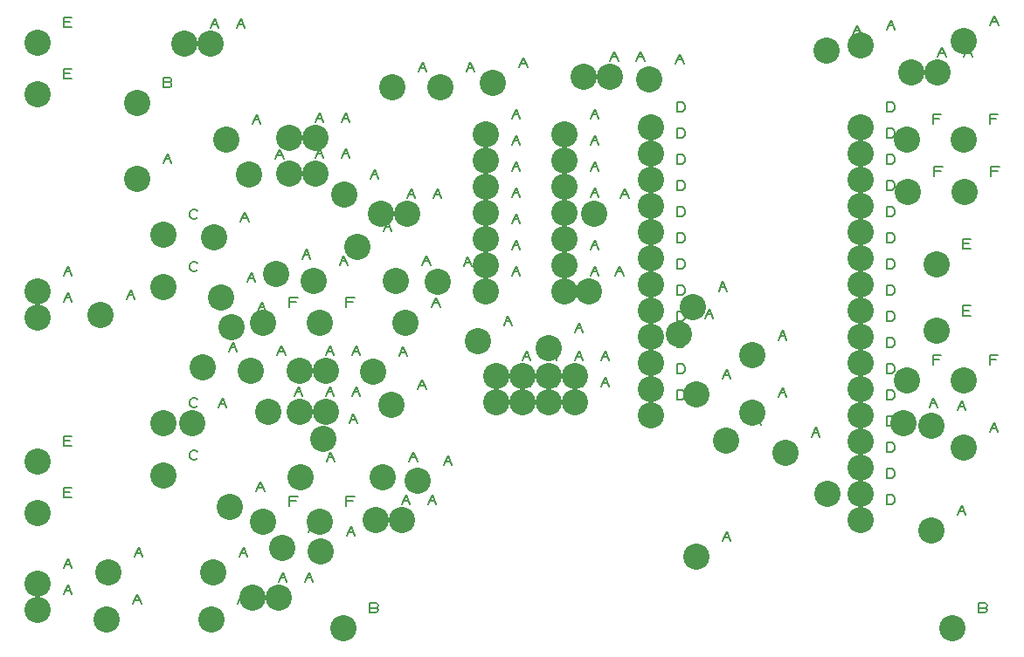
<source format=gbr>
G04 EasyPC Gerber Version 20.0.2 Build 4112 *
G04 #@! TF.Part,Single*
%FSLAX35Y35*%
%MOIN*%
%ADD15C,0.00500*%
G04 #@! TA.AperFunction,ComponentPad*
%ADD14C,0.10000*%
X0Y0D02*
D02*
D14*
X26221Y21459D03*
Y31459D03*
Y58574D03*
Y78259D03*
Y133259D03*
Y143259D03*
Y218574D03*
Y238259D03*
X50221Y134259D03*
X52721Y17759D03*
X53221Y35759D03*
X64221Y186259D03*
X64276Y215231D03*
X74221Y72759D03*
Y92759D03*
Y144759D03*
Y164759D03*
X82221Y237759D03*
X85221Y92759D03*
X89221Y114259D03*
X92221Y237759D03*
X92721Y17759D03*
X93221Y35759D03*
X93721Y163759D03*
X96221Y140759D03*
X98221Y201259D03*
X99721Y60759D03*
X100221Y129546D03*
X107001Y187759D03*
X107721Y112759D03*
X108221Y26259D03*
X112394Y55259D03*
Y131259D03*
X114221Y97259D03*
X117221Y149688D03*
X118221Y26259D03*
X119721Y45259D03*
X122221Y188259D03*
Y201759D03*
X126206Y97259D03*
Y112759D03*
X126473Y72137D03*
X131473Y147259D03*
X132221Y188259D03*
Y201759D03*
X134048Y55259D03*
Y131259D03*
X134221Y43759D03*
X135141Y86759D03*
X136206Y97259D03*
Y112759D03*
X143017Y14444D03*
X143221Y180259D03*
X148221Y160259D03*
X154111Y112448D03*
X155221Y55759D03*
X157221Y172759D03*
X157969Y72137D03*
X161350Y99759D03*
X161600Y221027D03*
X162969Y147259D03*
X165221Y55759D03*
X166721Y131169D03*
X167221Y172759D03*
X171209Y70759D03*
X178822Y146769D03*
X179821Y221027D03*
X194173Y124180D03*
X197221Y143259D03*
Y153259D03*
Y163259D03*
Y173259D03*
Y183259D03*
Y193259D03*
Y203259D03*
X200039Y222774D03*
X201221Y100759D03*
Y110759D03*
X211221Y100759D03*
Y110759D03*
X221221Y100759D03*
Y110759D03*
Y121559D03*
X227221Y143259D03*
Y153259D03*
Y163259D03*
Y173259D03*
Y183259D03*
Y193259D03*
Y203259D03*
X231221Y100759D03*
Y110759D03*
X234721Y225259D03*
X236721Y143259D03*
X238721Y172759D03*
X244721Y225259D03*
X259721Y224259D03*
X260221Y95759D03*
Y105759D03*
Y115759D03*
Y125759D03*
Y135759D03*
Y145759D03*
Y155759D03*
Y165759D03*
Y175759D03*
Y185759D03*
Y195759D03*
Y205759D03*
X270927Y126800D03*
X276169Y137284D03*
X277542Y41759D03*
Y103759D03*
X289024Y86239D03*
X298883Y96848D03*
Y118688D03*
X311613Y81622D03*
X327338Y235130D03*
X327721Y65759D03*
X340221Y55759D03*
Y65759D03*
Y75759D03*
Y85759D03*
Y95759D03*
Y105759D03*
Y115759D03*
Y125759D03*
Y135759D03*
Y145759D03*
Y155759D03*
Y165759D03*
Y175759D03*
Y185759D03*
Y195759D03*
Y205759D03*
Y237259D03*
X356417Y92854D03*
X357894Y109259D03*
Y201259D03*
X358394Y181259D03*
X359721Y226759D03*
X367221Y51759D03*
Y91759D03*
X369221Y127963D03*
Y153554D03*
X369721Y226759D03*
X375300Y14444D03*
X379548Y83369D03*
Y109259D03*
Y201259D03*
X379721Y238759D03*
X380048Y181259D03*
D02*
D15*
X36221Y27396D02*
X37784Y31146D01*
X39346Y27396*
X36846Y28959D02*
X38721D01*
X36221Y37396D02*
X37784Y41146D01*
X39346Y37396*
X36846Y38959D02*
X38721D01*
X36221Y64511D02*
Y68261D01*
X39346*
X38721Y66386D02*
X36221D01*
Y64511D02*
X39346D01*
X36221Y84196D02*
Y87946D01*
X39346*
X38721Y86071D02*
X36221D01*
Y84196D02*
X39346D01*
X36221Y139196D02*
X37784Y142946D01*
X39346Y139196*
X36846Y140759D02*
X38721D01*
X36221Y149196D02*
X37784Y152946D01*
X39346Y149196*
X36846Y150759D02*
X38721D01*
X36221Y224511D02*
Y228261D01*
X39346*
X38721Y226386D02*
X36221D01*
Y224511D02*
X39346D01*
X36221Y244196D02*
Y247946D01*
X39346*
X38721Y246071D02*
X36221D01*
Y244196D02*
X39346D01*
X60221Y140196D02*
X61784Y143946D01*
X63346Y140196*
X60846Y141759D02*
X62721D01*
Y23696D02*
X64284Y27446D01*
X65846Y23696*
X63346Y25259D02*
X65221D01*
X63221Y41696D02*
X64784Y45446D01*
X66346Y41696*
X63846Y43259D02*
X65721D01*
X74221Y192196D02*
X75784Y195946D01*
X77346Y192196*
X74846Y193759D02*
X76721D01*
X76464Y223044D02*
X77089Y222731D01*
X77402Y222106*
X77089Y221481*
X76464Y221169*
X74276*
Y224919*
X76464*
X77089Y224606*
X77402Y223981*
X77089Y223356*
X76464Y223044*
X74276*
X87346Y79321D02*
X87034Y79009D01*
X86409Y78696*
X85471*
X84846Y79009*
X84534Y79321*
X84221Y79946*
Y81196*
X84534Y81821*
X84846Y82134*
X85471Y82446*
X86409*
X87034Y82134*
X87346Y81821*
Y99321D02*
X87034Y99009D01*
X86409Y98696*
X85471*
X84846Y99009*
X84534Y99321*
X84221Y99946*
Y101196*
X84534Y101821*
X84846Y102134*
X85471Y102446*
X86409*
X87034Y102134*
X87346Y101821*
Y151321D02*
X87034Y151009D01*
X86409Y150696*
X85471*
X84846Y151009*
X84534Y151321*
X84221Y151946*
Y153196*
X84534Y153821*
X84846Y154134*
X85471Y154446*
X86409*
X87034Y154134*
X87346Y153821*
Y171321D02*
X87034Y171009D01*
X86409Y170696*
X85471*
X84846Y171009*
X84534Y171321*
X84221Y171946*
Y173196*
X84534Y173821*
X84846Y174134*
X85471Y174446*
X86409*
X87034Y174134*
X87346Y173821*
X92221Y243696D02*
X93784Y247446D01*
X95346Y243696*
X92846Y245259D02*
X94721D01*
X95221Y98696D02*
X96784Y102446D01*
X98346Y98696*
X95846Y100259D02*
X97721D01*
X99221Y120196D02*
X100784Y123946D01*
X102346Y120196*
X99846Y121759D02*
X101721D01*
X102221Y243696D02*
X103784Y247446D01*
X105346Y243696*
X102846Y245259D02*
X104721D01*
X102721Y23696D02*
X104284Y27446D01*
X105846Y23696*
X103346Y25259D02*
X105221D01*
X103221Y41696D02*
X104784Y45446D01*
X106346Y41696*
X103846Y43259D02*
X105721D01*
X103721Y169696D02*
X105284Y173446D01*
X106846Y169696*
X104346Y171259D02*
X106221D01*
Y146696D02*
X107784Y150446D01*
X109346Y146696*
X106846Y148259D02*
X108721D01*
X108221Y207196D02*
X109784Y210946D01*
X111346Y207196*
X108846Y208759D02*
X110721D01*
X109721Y66696D02*
X111284Y70446D01*
X112846Y66696*
X110346Y68259D02*
X112221D01*
X110221Y135483D02*
X111784Y139233D01*
X113346Y135483*
X110846Y137046D02*
X112721D01*
X117001Y193696D02*
X118563Y197446D01*
X120126Y193696*
X117626Y195259D02*
X119501D01*
X117721Y118696D02*
X119284Y122446D01*
X120846Y118696*
X118346Y120259D02*
X120221D01*
X118221Y32196D02*
X119784Y35946D01*
X121346Y32196*
X118846Y33759D02*
X120721D01*
X122394Y61196D02*
Y64946D01*
X125520*
X124894Y63071D02*
X122394D01*
Y137196D02*
Y140946D01*
X125520*
X124894Y139071D02*
X122394D01*
X124221Y103196D02*
X125784Y106946D01*
X127346Y103196*
X124846Y104759D02*
X126721D01*
X127221Y155625D02*
X128784Y159375D01*
X130346Y155625*
X127846Y157188D02*
X129721D01*
X128221Y32196D02*
X129784Y35946D01*
X131346Y32196*
X128846Y33759D02*
X130721D01*
X129721Y51196D02*
X131284Y54946D01*
X132846Y51196*
X130346Y52759D02*
X132221D01*
Y194196D02*
X133784Y197946D01*
X135346Y194196*
X132846Y195759D02*
X134721D01*
X132221Y207696D02*
X133784Y211446D01*
X135346Y207696*
X132846Y209259D02*
X134721D01*
X136206Y103196D02*
X137768Y106946D01*
X139331Y103196*
X136831Y104759D02*
X138706D01*
X136206Y118696D02*
X137768Y122446D01*
X139331Y118696*
X136831Y120259D02*
X138706D01*
X136473Y78074D02*
X138036Y81824D01*
X139598Y78074*
X137098Y79637D02*
X138973D01*
X141473Y153196D02*
X143036Y156946D01*
X144598Y153196*
X142098Y154759D02*
X143973D01*
X142221Y194196D02*
X143784Y197946D01*
X145346Y194196*
X142846Y195759D02*
X144721D01*
X142221Y207696D02*
X143784Y211446D01*
X145346Y207696*
X142846Y209259D02*
X144721D01*
X144048Y61196D02*
Y64946D01*
X147173*
X146548Y63071D02*
X144048D01*
Y137196D02*
Y140946D01*
X147173*
X146548Y139071D02*
X144048D01*
X144221Y49696D02*
X145784Y53446D01*
X147346Y49696*
X144846Y51259D02*
X146721D01*
X145141Y92696D02*
X146704Y96446D01*
X148267Y92696*
X145767Y94259D02*
X147641D01*
X146206Y103196D02*
X147768Y106946D01*
X149331Y103196*
X146831Y104759D02*
X148706D01*
X146206Y118696D02*
X147768Y122446D01*
X149331Y118696*
X146831Y120259D02*
X148706D01*
X155204Y22256D02*
X155829Y21944D01*
X156142Y21319*
X155829Y20694*
X155204Y20381*
X153017*
Y24131*
X155204*
X155829Y23819*
X156142Y23194*
X155829Y22569*
X155204Y22256*
X153017*
X153221Y186196D02*
X154784Y189946D01*
X156346Y186196*
X153846Y187759D02*
X155721D01*
X158221Y166196D02*
X159784Y169946D01*
X161346Y166196*
X158846Y167759D02*
X160721D01*
X164111Y118385D02*
X165674Y122135D01*
X167237Y118385*
X164737Y119948D02*
X166611D01*
X165221Y61696D02*
X166784Y65446D01*
X168346Y61696*
X165846Y63259D02*
X167721D01*
X167221Y178696D02*
X168784Y182446D01*
X170346Y178696*
X167846Y180259D02*
X169721D01*
X167969Y78074D02*
X169532Y81824D01*
X171094Y78074*
X168594Y79637D02*
X170469D01*
X171350Y105696D02*
X172913Y109446D01*
X174475Y105696*
X171975Y107259D02*
X173850D01*
X171600Y226964D02*
X173162Y230714D01*
X174725Y226964*
X172225Y228527D02*
X174100D01*
X172969Y153196D02*
X174532Y156946D01*
X176094Y153196*
X173594Y154759D02*
X175469D01*
X175221Y61696D02*
X176784Y65446D01*
X178346Y61696*
X175846Y63259D02*
X177721D01*
X176721Y137106D02*
X178284Y140856D01*
X179846Y137106*
X177346Y138669D02*
X179221D01*
X177221Y178696D02*
X178784Y182446D01*
X180346Y178696*
X177846Y180259D02*
X179721D01*
X181209Y76696D02*
X182772Y80446D01*
X184335Y76696*
X181835Y78259D02*
X183709D01*
X188822Y152706D02*
X190385Y156456D01*
X191948Y152706*
X189448Y154269D02*
X191322D01*
X189821Y226964D02*
X191383Y230714D01*
X192946Y226964*
X190446Y228527D02*
X192321D01*
X204173Y130117D02*
X205736Y133867D01*
X207298Y130117*
X204798Y131680D02*
X206673D01*
X207221Y149196D02*
X208784Y152946D01*
X210346Y149196*
X207846Y150759D02*
X209721D01*
X207221Y159196D02*
X208784Y162946D01*
X210346Y159196*
X207846Y160759D02*
X209721D01*
X207221Y169196D02*
X208784Y172946D01*
X210346Y169196*
X207846Y170759D02*
X209721D01*
X207221Y179196D02*
X208784Y182946D01*
X210346Y179196*
X207846Y180759D02*
X209721D01*
X207221Y189196D02*
X208784Y192946D01*
X210346Y189196*
X207846Y190759D02*
X209721D01*
X207221Y199196D02*
X208784Y202946D01*
X210346Y199196*
X207846Y200759D02*
X209721D01*
X207221Y209196D02*
X208784Y212946D01*
X210346Y209196*
X207846Y210759D02*
X209721D01*
X210039Y228711D02*
X211602Y232461D01*
X213164Y228711*
X210664Y230274D02*
X212539D01*
X211221Y106696D02*
X212784Y110446D01*
X214346Y106696*
X211846Y108259D02*
X213721D01*
X211221Y116696D02*
X212784Y120446D01*
X214346Y116696*
X211846Y118259D02*
X213721D01*
X221221Y106696D02*
X222784Y110446D01*
X224346Y106696*
X221846Y108259D02*
X223721D01*
X221221Y116696D02*
X222784Y120446D01*
X224346Y116696*
X221846Y118259D02*
X223721D01*
X231221Y106696D02*
X232784Y110446D01*
X234346Y106696*
X231846Y108259D02*
X233721D01*
X231221Y116696D02*
X232784Y120446D01*
X234346Y116696*
X231846Y118259D02*
X233721D01*
X231221Y127496D02*
X232784Y131246D01*
X234346Y127496*
X231846Y129059D02*
X233721D01*
X237221Y149196D02*
X238784Y152946D01*
X240346Y149196*
X237846Y150759D02*
X239721D01*
X237221Y159196D02*
X238784Y162946D01*
X240346Y159196*
X237846Y160759D02*
X239721D01*
X237221Y169196D02*
X238784Y172946D01*
X240346Y169196*
X237846Y170759D02*
X239721D01*
X237221Y179196D02*
X238784Y182946D01*
X240346Y179196*
X237846Y180759D02*
X239721D01*
X237221Y189196D02*
X238784Y192946D01*
X240346Y189196*
X237846Y190759D02*
X239721D01*
X237221Y199196D02*
X238784Y202946D01*
X240346Y199196*
X237846Y200759D02*
X239721D01*
X237221Y209196D02*
X238784Y212946D01*
X240346Y209196*
X237846Y210759D02*
X239721D01*
X241221Y106696D02*
X242784Y110446D01*
X244346Y106696*
X241846Y108259D02*
X243721D01*
X241221Y116696D02*
X242784Y120446D01*
X244346Y116696*
X241846Y118259D02*
X243721D01*
X244721Y231196D02*
X246284Y234946D01*
X247846Y231196*
X245346Y232759D02*
X247221D01*
X246721Y149196D02*
X248284Y152946D01*
X249846Y149196*
X247346Y150759D02*
X249221D01*
X248721Y178696D02*
X250284Y182446D01*
X251846Y178696*
X249346Y180259D02*
X251221D01*
X254721Y231196D02*
X256284Y234946D01*
X257846Y231196*
X255346Y232759D02*
X257221D01*
X269721Y230196D02*
X271284Y233946D01*
X272846Y230196*
X270346Y231759D02*
X272221D01*
X270221Y101696D02*
Y105446D01*
X272096*
X272721Y105134*
X273034Y104821*
X273346Y104196*
Y102946*
X273034Y102321*
X272721Y102009*
X272096Y101696*
X270221*
Y111696D02*
Y115446D01*
X272096*
X272721Y115134*
X273034Y114821*
X273346Y114196*
Y112946*
X273034Y112321*
X272721Y112009*
X272096Y111696*
X270221*
Y121696D02*
Y125446D01*
X272096*
X272721Y125134*
X273034Y124821*
X273346Y124196*
Y122946*
X273034Y122321*
X272721Y122009*
X272096Y121696*
X270221*
Y131696D02*
Y135446D01*
X272096*
X272721Y135134*
X273034Y134821*
X273346Y134196*
Y132946*
X273034Y132321*
X272721Y132009*
X272096Y131696*
X270221*
Y141696D02*
Y145446D01*
X272096*
X272721Y145134*
X273034Y144821*
X273346Y144196*
Y142946*
X273034Y142321*
X272721Y142009*
X272096Y141696*
X270221*
Y151696D02*
Y155446D01*
X272096*
X272721Y155134*
X273034Y154821*
X273346Y154196*
Y152946*
X273034Y152321*
X272721Y152009*
X272096Y151696*
X270221*
Y161696D02*
Y165446D01*
X272096*
X272721Y165134*
X273034Y164821*
X273346Y164196*
Y162946*
X273034Y162321*
X272721Y162009*
X272096Y161696*
X270221*
Y171696D02*
Y175446D01*
X272096*
X272721Y175134*
X273034Y174821*
X273346Y174196*
Y172946*
X273034Y172321*
X272721Y172009*
X272096Y171696*
X270221*
Y181696D02*
Y185446D01*
X272096*
X272721Y185134*
X273034Y184821*
X273346Y184196*
Y182946*
X273034Y182321*
X272721Y182009*
X272096Y181696*
X270221*
Y191696D02*
Y195446D01*
X272096*
X272721Y195134*
X273034Y194821*
X273346Y194196*
Y192946*
X273034Y192321*
X272721Y192009*
X272096Y191696*
X270221*
Y201696D02*
Y205446D01*
X272096*
X272721Y205134*
X273034Y204821*
X273346Y204196*
Y202946*
X273034Y202321*
X272721Y202009*
X272096Y201696*
X270221*
Y211696D02*
Y215446D01*
X272096*
X272721Y215134*
X273034Y214821*
X273346Y214196*
Y212946*
X273034Y212321*
X272721Y212009*
X272096Y211696*
X270221*
X280927Y132738D02*
X282490Y136488D01*
X284052Y132738*
X281552Y134300D02*
X283427D01*
X286169Y143221D02*
X287731Y146971D01*
X289294Y143221*
X286794Y144784D02*
X288669D01*
X287542Y47696D02*
X289104Y51446D01*
X290667Y47696*
X288167Y49259D02*
X290042D01*
X287542Y109696D02*
X289104Y113446D01*
X290667Y109696*
X288167Y111259D02*
X290042D01*
X299024Y92177D02*
X300586Y95927D01*
X302149Y92177*
X299649Y93739D02*
X301524D01*
X308883Y102785D02*
X310446Y106535D01*
X312008Y102785*
X309508Y104348D02*
X311383D01*
X308883Y124626D02*
X310446Y128376D01*
X312008Y124626*
X309508Y126188D02*
X311383D01*
X321613Y87559D02*
X323176Y91309D01*
X324738Y87559*
X322238Y89122D02*
X324113D01*
X337338Y241067D02*
X338901Y244817D01*
X340463Y241067*
X337963Y242630D02*
X339838D01*
X337721Y71696D02*
X339284Y75446D01*
X340846Y71696*
X338346Y73259D02*
X340221D01*
X350221Y61696D02*
Y65446D01*
X352096*
X352721Y65134*
X353034Y64821*
X353346Y64196*
Y62946*
X353034Y62321*
X352721Y62009*
X352096Y61696*
X350221*
Y71696D02*
Y75446D01*
X352096*
X352721Y75134*
X353034Y74821*
X353346Y74196*
Y72946*
X353034Y72321*
X352721Y72009*
X352096Y71696*
X350221*
Y81696D02*
Y85446D01*
X352096*
X352721Y85134*
X353034Y84821*
X353346Y84196*
Y82946*
X353034Y82321*
X352721Y82009*
X352096Y81696*
X350221*
Y91696D02*
Y95446D01*
X352096*
X352721Y95134*
X353034Y94821*
X353346Y94196*
Y92946*
X353034Y92321*
X352721Y92009*
X352096Y91696*
X350221*
Y101696D02*
Y105446D01*
X352096*
X352721Y105134*
X353034Y104821*
X353346Y104196*
Y102946*
X353034Y102321*
X352721Y102009*
X352096Y101696*
X350221*
Y111696D02*
Y115446D01*
X352096*
X352721Y115134*
X353034Y114821*
X353346Y114196*
Y112946*
X353034Y112321*
X352721Y112009*
X352096Y111696*
X350221*
Y121696D02*
Y125446D01*
X352096*
X352721Y125134*
X353034Y124821*
X353346Y124196*
Y122946*
X353034Y122321*
X352721Y122009*
X352096Y121696*
X350221*
Y131696D02*
Y135446D01*
X352096*
X352721Y135134*
X353034Y134821*
X353346Y134196*
Y132946*
X353034Y132321*
X352721Y132009*
X352096Y131696*
X350221*
Y141696D02*
Y145446D01*
X352096*
X352721Y145134*
X353034Y144821*
X353346Y144196*
Y142946*
X353034Y142321*
X352721Y142009*
X352096Y141696*
X350221*
Y151696D02*
Y155446D01*
X352096*
X352721Y155134*
X353034Y154821*
X353346Y154196*
Y152946*
X353034Y152321*
X352721Y152009*
X352096Y151696*
X350221*
Y161696D02*
Y165446D01*
X352096*
X352721Y165134*
X353034Y164821*
X353346Y164196*
Y162946*
X353034Y162321*
X352721Y162009*
X352096Y161696*
X350221*
Y171696D02*
Y175446D01*
X352096*
X352721Y175134*
X353034Y174821*
X353346Y174196*
Y172946*
X353034Y172321*
X352721Y172009*
X352096Y171696*
X350221*
Y181696D02*
Y185446D01*
X352096*
X352721Y185134*
X353034Y184821*
X353346Y184196*
Y182946*
X353034Y182321*
X352721Y182009*
X352096Y181696*
X350221*
Y191696D02*
Y195446D01*
X352096*
X352721Y195134*
X353034Y194821*
X353346Y194196*
Y192946*
X353034Y192321*
X352721Y192009*
X352096Y191696*
X350221*
Y201696D02*
Y205446D01*
X352096*
X352721Y205134*
X353034Y204821*
X353346Y204196*
Y202946*
X353034Y202321*
X352721Y202009*
X352096Y201696*
X350221*
Y211696D02*
Y215446D01*
X352096*
X352721Y215134*
X353034Y214821*
X353346Y214196*
Y212946*
X353034Y212321*
X352721Y212009*
X352096Y211696*
X350221*
Y243196D02*
X351784Y246946D01*
X353346Y243196*
X350846Y244759D02*
X352721D01*
X366417Y98791D02*
X367980Y102541D01*
X369543Y98791*
X367043Y100354D02*
X368917D01*
X367894Y115196D02*
Y118946D01*
X371020*
X370394Y117071D02*
X367894D01*
Y207196D02*
Y210946D01*
X371020*
X370394Y209071D02*
X367894D01*
X368394Y187196D02*
Y190946D01*
X371520*
X370894Y189071D02*
X368394D01*
X369721Y232696D02*
X371284Y236446D01*
X372846Y232696*
X370346Y234259D02*
X372221D01*
X377221Y57696D02*
X378784Y61446D01*
X380346Y57696*
X377846Y59259D02*
X379721D01*
X377221Y97696D02*
X378784Y101446D01*
X380346Y97696*
X377846Y99259D02*
X379721D01*
X379221Y133901D02*
Y137651D01*
X382346*
X381721Y135776D02*
X379221D01*
Y133901D02*
X382346D01*
X379221Y159491D02*
Y163241D01*
X382346*
X381721Y161367D02*
X379221D01*
Y159491D02*
X382346D01*
X379721Y232696D02*
X381284Y236446D01*
X382846Y232696*
X380346Y234259D02*
X382221D01*
X387487Y22256D02*
X388113Y21944D01*
X388425Y21319*
X388113Y20694*
X387487Y20381*
X385300*
Y24131*
X387487*
X388113Y23819*
X388425Y23194*
X388113Y22569*
X387487Y22256*
X385300*
X389548Y89306D02*
X391111Y93056D01*
X392673Y89306*
X390173Y90869D02*
X392048D01*
X389548Y115196D02*
Y118946D01*
X392673*
X392048Y117071D02*
X389548D01*
Y207196D02*
Y210946D01*
X392673*
X392048Y209071D02*
X389548D01*
X389721Y244696D02*
X391284Y248446D01*
X392846Y244696*
X390346Y246259D02*
X392221D01*
X390048Y187196D02*
Y190946D01*
X393173*
X392548Y189071D02*
X390048D01*
X0Y0D02*
M02*

</source>
